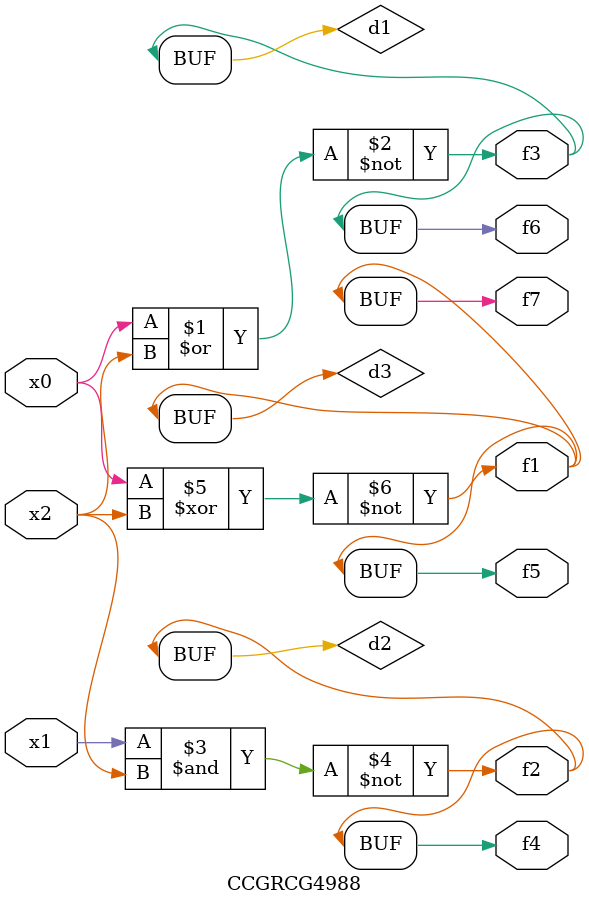
<source format=v>
module CCGRCG4988(
	input x0, x1, x2,
	output f1, f2, f3, f4, f5, f6, f7
);

	wire d1, d2, d3;

	nor (d1, x0, x2);
	nand (d2, x1, x2);
	xnor (d3, x0, x2);
	assign f1 = d3;
	assign f2 = d2;
	assign f3 = d1;
	assign f4 = d2;
	assign f5 = d3;
	assign f6 = d1;
	assign f7 = d3;
endmodule

</source>
